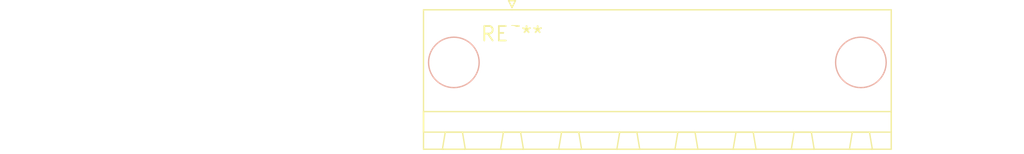
<source format=kicad_pcb>
(kicad_pcb (version 20240108) (generator pcbnew)
  (layers (0 "F.Cu" signal) (31 "B.Cu" signal) (34 "B.Paste" user) (35 "F.Paste" user) (36 "B.SilkS" user "B.Silkscreen") (37 "F.SilkS" user "F.Silkscreen") (38 "B.Mask" user) (39 "F.Mask" user) (44 "Edge.Cuts" user))
  (net 0 "")
  (footprint "PhoenixContact_MSTB_2,5_6-GF-5,08_1x06_P5.08mm_Horizontal_ThreadedFlange_MountHole" (layer "F.Cu") (at 0 0)
    (property "Reference" "REF**")
    (property "Value" "PhoenixContact_MSTB_2,5_6-GF-5,08_1x06_P5.08mm_Horizontal_ThreadedFlange_MountHole")
    (fp_circle (center -5.08 2.5) (end -2.87 2.5) (layer "B.SilkS") (stroke (width 0.12)) (fill none))
    (fp_circle (center 30.48 2.5) (end 32.69 2.5) (layer "B.SilkS") (stroke (width 0.12)) (fill none))
    (fp_line (start -7.73 -2.11) (end -7.73 10.11) (layer "F.SilkS") (stroke (width 0.12)))
    (fp_line (start -7.73 6.81) (end 33.13 6.81) (layer "F.SilkS") (stroke (width 0.12)))
    (fp_line (start -7.73 8.61) (end -7.73 6.81) (layer "F.SilkS") (stroke (width 0.12)))
    (fp_line (start -7.73 10.11) (end 33.13 10.11) (layer "F.SilkS") (stroke (width 0.12)))
    (fp_line (start -6.08 10.11) (end -4.08 10.11) (layer "F.SilkS") (stroke (width 0.12)))
    (fp_line (start -5.83 8.61) (end -6.08 10.11) (layer "F.SilkS") (stroke (width 0.12)))
    (fp_line (start -4.33 8.61) (end -5.83 8.61) (layer "F.SilkS") (stroke (width 0.12)))
    (fp_line (start -4.08 10.11) (end -4.33 8.61) (layer "F.SilkS") (stroke (width 0.12)))
    (fp_line (start -1 10.11) (end 1 10.11) (layer "F.SilkS") (stroke (width 0.12)))
    (fp_line (start -0.75 8.61) (end -1 10.11) (layer "F.SilkS") (stroke (width 0.12)))
    (fp_line (start -0.3 -2.91) (end 0.3 -2.91) (layer "F.SilkS") (stroke (width 0.12)))
    (fp_line (start 0 -2.31) (end -0.3 -2.91) (layer "F.SilkS") (stroke (width 0.12)))
    (fp_line (start 0.3 -2.91) (end 0 -2.31) (layer "F.SilkS") (stroke (width 0.12)))
    (fp_line (start 0.75 8.61) (end -0.75 8.61) (layer "F.SilkS") (stroke (width 0.12)))
    (fp_line (start 1 10.11) (end 0.75 8.61) (layer "F.SilkS") (stroke (width 0.12)))
    (fp_line (start 4.08 10.11) (end 6.08 10.11) (layer "F.SilkS") (stroke (width 0.12)))
    (fp_line (start 4.33 8.61) (end 4.08 10.11) (layer "F.SilkS") (stroke (width 0.12)))
    (fp_line (start 5.83 8.61) (end 4.33 8.61) (layer "F.SilkS") (stroke (width 0.12)))
    (fp_line (start 6.08 10.11) (end 5.83 8.61) (layer "F.SilkS") (stroke (width 0.12)))
    (fp_line (start 9.16 10.11) (end 11.16 10.11) (layer "F.SilkS") (stroke (width 0.12)))
    (fp_line (start 9.41 8.61) (end 9.16 10.11) (layer "F.SilkS") (stroke (width 0.12)))
    (fp_line (start 10.91 8.61) (end 9.41 8.61) (layer "F.SilkS") (stroke (width 0.12)))
    (fp_line (start 11.16 10.11) (end 10.91 8.61) (layer "F.SilkS") (stroke (width 0.12)))
    (fp_line (start 14.24 10.11) (end 16.24 10.11) (layer "F.SilkS") (stroke (width 0.12)))
    (fp_line (start 14.49 8.61) (end 14.24 10.11) (layer "F.SilkS") (stroke (width 0.12)))
    (fp_line (start 15.99 8.61) (end 14.49 8.61) (layer "F.SilkS") (stroke (width 0.12)))
    (fp_line (start 16.24 10.11) (end 15.99 8.61) (layer "F.SilkS") (stroke (width 0.12)))
    (fp_line (start 19.32 10.11) (end 21.32 10.11) (layer "F.SilkS") (stroke (width 0.12)))
    (fp_line (start 19.57 8.61) (end 19.32 10.11) (layer "F.SilkS") (stroke (width 0.12)))
    (fp_line (start 21.07 8.61) (end 19.57 8.61) (layer "F.SilkS") (stroke (width 0.12)))
    (fp_line (start 21.32 10.11) (end 21.07 8.61) (layer "F.SilkS") (stroke (width 0.12)))
    (fp_line (start 24.4 10.11) (end 26.4 10.11) (layer "F.SilkS") (stroke (width 0.12)))
    (fp_line (start 24.65 8.61) (end 24.4 10.11) (layer "F.SilkS") (stroke (width 0.12)))
    (fp_line (start 26.15 8.61) (end 24.65 8.61) (layer "F.SilkS") (stroke (width 0.12)))
    (fp_line (start 26.4 10.11) (end 26.15 8.61) (layer "F.SilkS") (stroke (width 0.12)))
    (fp_line (start 29.48 10.11) (end 31.48 10.11) (layer "F.SilkS") (stroke (width 0.12)))
    (fp_line (start 29.73 8.61) (end 29.48 10.11) (layer "F.SilkS") (stroke (width 0.12)))
    (fp_line (start 31.23 8.61) (end 29.73 8.61) (layer "F.SilkS") (stroke (width 0.12)))
    (fp_line (start 31.48 10.11) (end 31.23 8.61) (layer "F.SilkS") (stroke (width 0.12)))
    (fp_line (start 33.13 -2.11) (end -7.73 -2.11) (layer "F.SilkS") (stroke (width 0.12)))
    (fp_line (start 33.13 6.81) (end 33.13 8.61) (layer "F.SilkS") (stroke (width 0.12)))
    (fp_line (start 33.13 8.61) (end -7.73 8.61) (layer "F.SilkS") (stroke (width 0.12)))
    (fp_line (start 33.13 10.11) (end 33.13 -2.11) (layer "F.SilkS") (stroke (width 0.12)))
    (pad "" np_thru_hole circle (at -5.08 2.5) (size 2.4 2.4) (drill 2.4) (layers *.Cu *.Mask))
    (pad "" np_thru_hole circle (at 30.48 2.5) (size 2.4 2.4) (drill 2.4) (layers *.Cu *.Mask))
    (pad "1" thru_hole roundrect (at 0 0) (size 2.08 3.6) (drill 1.4) (layers *.Cu *.Mask) (remove_unused_layers) (roundrect_rratio 0.120192))
    (pad "2" thru_hole oval (at 5.08 0) (size 2.08 3.6) (drill 1.4) (layers *.Cu *.Mask) (remove_unused_layers))
    (pad "3" thru_hole oval (at 10.16 0) (size 2.08 3.6) (drill 1.4) (layers *.Cu *.Mask) (remove_unused_layers))
    (pad "4" thru_hole oval (at 15.24 0) (size 2.08 3.6) (drill 1.4) (layers *.Cu *.Mask) (remove_unused_layers))
    (pad "5" thru_hole oval (at 20.32 0) (size 2.08 3.6) (drill 1.4) (layers *.Cu *.Mask) (remove_unused_layers))
    (pad "6" thru_hole oval (at 25.4 0) (size 2.08 3.6) (drill 1.4) (layers *.Cu *.Mask) (remove_unused_layers))
  )
)
</source>
